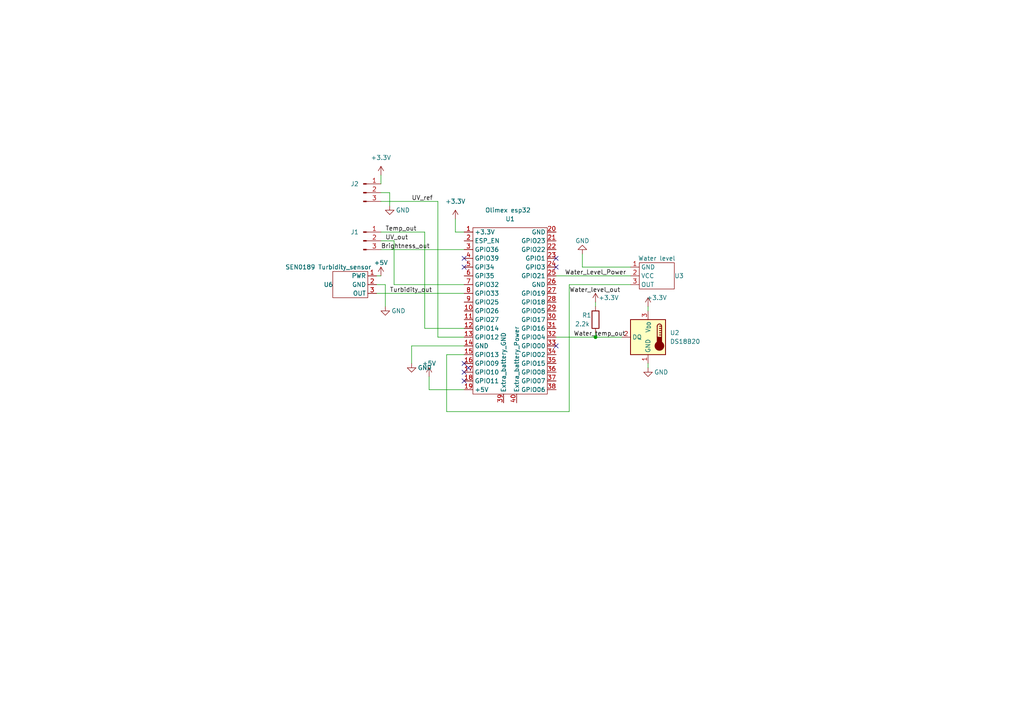
<source format=kicad_sch>
(kicad_sch (version 20230121) (generator eeschema)
  (paper "A4")
  (lib_symbols
    (symbol "Connector:Conn_01x03_Pin" (pin_names (offset 1.016) hide)
      (property "Reference" "J" (at 0 5.08 0))
      (property "Value" "Conn_01x03_Pin" (at 0 -5.08 0))
      (symbol "Conn_01x03_Pin_1_1"
        (polyline (pts (xy 1.27 -2.54) (xy 0.8636 -2.54)) (stroke (width 0.1524)))
        (polyline (pts (xy 1.27 0) (xy 0.8636 0)) (stroke (width 0.1524)))
        (polyline (pts (xy 1.27 2.54) (xy 0.8636 2.54)) (stroke (width 0.1524)))
        (rectangle (start 0.8636 -2.413) (end 0 -2.667) (stroke (width 0.1524)) (fill (type outline)))
        (rectangle (start 0.8636 0.127) (end 0 -0.127) (stroke (width 0.1524)) (fill (type outline)))
        (rectangle (start 0.8636 2.667) (end 0 2.413) (stroke (width 0.1524)) (fill (type outline)))
        (pin passive line (at 5.08 2.54 180) (length 3.81) (name "Pin_1") (number "1"))
        (pin passive line (at 5.08 0 180) (length 3.81) (name "Pin_2") (number "2"))
        (pin passive line (at 5.08 -2.54 180) (length 3.81) (name "Pin_3") (number "3"))
      )
    )
    (symbol "Device:R" (pin_numbers hide) (pin_names (offset 0))
      (property "Reference" "R" (at 2.032 0 90))
      (property "Value" "R" (at 0 0 90))
      (symbol "R_0_1"
        (rectangle (start -1.016 -2.54) (end 1.016 2.54) (stroke (width 0.254)))
      )
      (symbol "R_1_1"
        (pin passive line (at 0 3.81 270) (length 1.27) (name "~") (number "1"))
        (pin passive line (at 0 -3.81 90) (length 1.27) (name "~") (number "2"))
      )
    )
    (symbol "Diplomna:DFROBOT_-_SEN0189_-_turbidity_sensor"
      (property "Reference" "U" (at -3.81 2.54 0))
      (symbol "DFROBOT_-_SEN0189_-_turbidity_sensor_0_1"
        (rectangle (start -5.08 1.27) (end 5.08 -6.35))
      )
      (symbol "DFROBOT_-_SEN0189_-_turbidity_sensor_1_1"
        (pin power_in line (at 7.62 0 180) (length 2.54) (name "PWR") (number "1"))
        (pin power_in line (at 7.62 -2.54 180) (length 2.54) (name "GND") (number "2"))
        (pin output line (at 7.62 -5.08 180) (length 2.54) (name "OUT") (number "3"))
      )
    )
    (symbol "Diplomna:Water_Level_Sensor"
      (property "Reference" "U" (at -36.83 20.32 0))
      (symbol "Water_Level_Sensor_0_1"
        (rectangle (start -5.08 2.54) (end 5.08 -5.08))
      )
      (symbol "Water_Level_Sensor_1_1"
        (pin power_in line (at -7.62 1.27 0) (length 2.54) (name "GND") (number "1"))
        (pin power_in line (at -7.62 -1.27 0) (length 2.54) (name "VCC") (number "2"))
        (pin output line (at -7.62 -3.81 0) (length 2.54) (name "OUT") (number "3"))
      )
    )
    (symbol "Diplomna:olimex-esp32-devkit-lipo-d2"
      (property "Reference" "U" (at 0 6.35 0))
      (symbol "olimex-esp32-devkit-lipo-d2_0_1"
        (rectangle (start -2.54 5.08) (end 19.05 -43.18))
      )
      (symbol "olimex-esp32-devkit-lipo-d2_1_1"
        (pin power_out line (at -5.08 3.81 0) (length 2.54) (name "+3.3V") (number "1"))
        (pin bidirectional line (at -5.08 -19.05 0) (length 2.54) (name "GPIO26") (number "10"))
        (pin bidirectional line (at -5.08 -21.59 0) (length 2.54) (name "GPIO27") (number "11"))
        (pin bidirectional line (at -5.08 -24.13 0) (length 2.54) (name "GPIO14") (number "12"))
        (pin bidirectional line (at -5.08 -26.67 0) (length 2.54) (name "GPIO12") (number "13"))
        (pin power_out line (at -5.08 -29.21 0) (length 2.54) (name "GND") (number "14"))
        (pin bidirectional line (at -5.08 -31.75 0) (length 2.54) (name "GPIO13") (number "15"))
        (pin bidirectional line (at -5.08 -34.29 0) (length 2.54) (name "GPIO09") (number "16"))
        (pin bidirectional line (at -5.08 -36.83 0) (length 2.54) (name "GPIO10") (number "17"))
        (pin bidirectional line (at -5.08 -39.37 0) (length 2.54) (name "GPIO11") (number "18"))
        (pin power_out line (at -5.08 -41.91 0) (length 2.54) (name "+5V") (number "19"))
        (pin passive line (at -5.08 1.27 0) (length 2.54) (name "ESP_EN") (number "2"))
        (pin power_out line (at 21.59 3.81 180) (length 2.54) (name "GND") (number "20"))
        (pin bidirectional line (at 21.59 1.27 180) (length 2.54) (name "GPIO23") (number "21"))
        (pin bidirectional line (at 21.59 -1.27 180) (length 2.54) (name "GPIO22") (number "22"))
        (pin bidirectional line (at 21.59 -3.81 180) (length 2.54) (name "GPIO1") (number "23"))
        (pin bidirectional line (at 21.59 -6.35 180) (length 2.54) (name "GPIO3") (number "24"))
        (pin bidirectional line (at 21.59 -8.89 180) (length 2.54) (name "GPIO21") (number "25"))
        (pin power_out line (at 21.59 -11.43 180) (length 2.54) (name "GND") (number "26"))
        (pin bidirectional line (at 21.59 -13.97 180) (length 2.54) (name "GPIO19") (number "27"))
        (pin bidirectional line (at 21.59 -16.51 180) (length 2.54) (name "GPIO18") (number "28"))
        (pin bidirectional line (at 21.59 -19.05 180) (length 2.54) (name "GPIO05") (number "29"))
        (pin bidirectional line (at -5.08 -1.27 0) (length 2.54) (name "GPIO36") (number "3"))
        (pin bidirectional line (at 21.59 -21.59 180) (length 2.54) (name "GPIO17") (number "30"))
        (pin bidirectional line (at 21.59 -24.13 180) (length 2.54) (name "GPIO16") (number "31"))
        (pin bidirectional line (at 21.59 -26.67 180) (length 2.54) (name "GPIO04") (number "32"))
        (pin bidirectional line (at 21.59 -29.21 180) (length 2.54) (name "GPIO00") (number "33"))
        (pin bidirectional line (at 21.59 -31.75 180) (length 2.54) (name "GPIO02") (number "34"))
        (pin bidirectional line (at 21.59 -34.29 180) (length 2.54) (name "GPIO15") (number "35"))
        (pin bidirectional line (at 21.59 -36.83 180) (length 2.54) (name "GPIO08") (number "36"))
        (pin bidirectional line (at 21.59 -39.37 180) (length 2.54) (name "GPIO07") (number "37"))
        (pin bidirectional line (at 21.59 -41.91 180) (length 2.54) (name "GPIO06") (number "38"))
        (pin power_in line (at 6.35 -45.72 90) (length 2.54) (name "Extra_battery_GND") (number "39"))
        (pin bidirectional line (at -5.08 -3.81 0) (length 2.54) (name "GPIO39") (number "4"))
        (pin power_in line (at 10.16 -45.72 90) (length 2.54) (name "Extra_battery_Power") (number "40"))
        (pin bidirectional line (at -5.08 -6.35 0) (length 2.54) (name "GPI34") (number "5"))
        (pin bidirectional line (at -5.08 -8.89 0) (length 2.54) (name "GPI35") (number "6"))
        (pin bidirectional line (at -5.08 -11.43 0) (length 2.54) (name "GPIO32") (number "7"))
        (pin bidirectional line (at -5.08 -13.97 0) (length 2.54) (name "GPIO33") (number "8"))
        (pin bidirectional line (at -5.08 -16.51 0) (length 2.54) (name "GPIO25") (number "9"))
      )
    )
    (symbol "Sensor_Temperature:DS18B20"
      (property "Reference" "U" (at -3.81 6.35 0))
      (property "Value" "DS18B20" (at 6.35 6.35 0))
      (symbol "DS18B20_0_1"
        (rectangle (start -5.08 5.08) (end 5.08 -5.08) (stroke (width 0.254)) (fill (type background)))
        (circle (center -3.302 -2.54) (radius 1.27) (stroke (width 0.254)) (fill (type outline)))
        (rectangle (start -2.667 -1.905) (end -3.937 0) (stroke (width 0.254)) (fill (type outline)))
        (arc (start -2.667 3.175) (mid -3.302 3.8073) (end -3.937 3.175) (stroke (width 0.254)))
        (polyline (pts (xy -3.937 0.635) (xy -3.302 0.635)) (stroke (width 0.254)))
        (polyline (pts (xy -3.937 1.27) (xy -3.302 1.27)) (stroke (width 0.254)))
        (polyline (pts (xy -3.937 1.905) (xy -3.302 1.905)) (stroke (width 0.254)))
        (polyline (pts (xy -3.937 2.54) (xy -3.302 2.54)) (stroke (width 0.254)))
        (polyline (pts (xy -3.937 3.175) (xy -3.937 0)) (stroke (width 0.254)))
        (polyline (pts (xy -3.937 3.175) (xy -3.302 3.175)) (stroke (width 0.254)))
        (polyline (pts (xy -2.667 3.175) (xy -2.667 0)) (stroke (width 0.254)))
      )
      (symbol "DS18B20_1_1"
        (pin power_in line (at 0 -7.62 90) (length 2.54) (name "GND") (number "1"))
        (pin bidirectional line (at 7.62 0 180) (length 2.54) (name "DQ") (number "2"))
        (pin power_in line (at 0 7.62 270) (length 2.54) (name "V_{DD}") (number "3"))
      )
    )
    (symbol "esp32:+5V" (power) (pin_names (offset 0))
      (property "Value" "+5V" (at 0 3.556 0))
      (symbol "+5V_0_1"
        (polyline (pts (xy -0.762 1.27) (xy 0 2.54)))
        (polyline (pts (xy 0 0) (xy 0 2.54)))
        (polyline (pts (xy 0 2.54) (xy 0.762 1.27)))
      )
      (symbol "+5V_1_1"
        (pin power_in line (at 0 0 90) (length 0) hide (name "+5V") (number "1"))
      )
    )
    (symbol "esp32:GND" (power) (pin_names (offset 0))
      (property "Value" "GND" (at 0 -3.81 0))
      (symbol "GND_0_1"
        (polyline (pts (xy 0 0) (xy 0 -1.27) (xy 1.27 -1.27) (xy 0 -2.54) (xy -1.27 -1.27) (xy 0 -1.27)))
      )
      (symbol "GND_1_1"
        (pin power_in line (at 0 0 270) (length 0) hide (name "GND") (number "1"))
      )
    )
    (symbol "power:+3.3V" (power) (pin_names (offset 0))
      (property "Value" "+3.3V" (at 0 3.556 0))
      (symbol "+3.3V_0_1"
        (polyline (pts (xy -0.762 1.27) (xy 0 2.54)))
        (polyline (pts (xy 0 0) (xy 0 2.54)))
        (polyline (pts (xy 0 2.54) (xy 0.762 1.27)))
      )
      (symbol "+3.3V_1_1"
        (pin power_in line (at 0 0 90) (length 0) hide (name "+3.3V") (number "1"))
      )
    )
  )
  (junction (at 172.72 97.79))
  (no_connect (at 161.29 74.93))
  (no_connect (at 134.62 74.93))
  (no_connect (at 161.29 100.33))
  (no_connect (at 134.62 77.47))
  (no_connect (at 134.62 107.95))
  (no_connect (at 134.62 110.49))
  (no_connect (at 134.62 105.41))
  (no_connect (at 135.89 106.68))
  (no_connect (at 161.29 77.47))
  (wire (pts (xy 110.49 67.31) (xy 123.19 67.31)))
  (wire (pts (xy 119.38 105.41) (xy 119.38 100.33)))
  (wire (pts (xy 110.49 72.39) (xy 134.62 72.39)))
  (wire (pts (xy 124.46 113.03) (xy 134.62 113.03)))
  (wire (pts (xy 168.91 77.47) (xy 182.88 77.47)))
  (wire (pts (xy 134.62 97.79) (xy 127 97.79)))
  (wire (pts (xy 129.54 119.38) (xy 165.1 119.38)))
  (wire (pts (xy 124.46 109.22) (xy 124.46 113.03)))
  (wire (pts (xy 110.49 55.88) (xy 113.03 55.88)))
  (wire (pts (xy 129.54 102.87) (xy 129.54 119.38)))
  (wire (pts (xy 109.22 82.55) (xy 111.76 82.55)))
  (wire (pts (xy 134.62 67.31) (xy 132.08 67.31)))
  (wire (pts (xy 161.29 97.79) (xy 172.72 97.79)))
  (wire (pts (xy 134.62 82.55) (xy 114.3 82.55)))
  (wire (pts (xy 111.76 82.55) (xy 111.76 88.9)))
  (wire (pts (xy 165.1 82.55) (xy 165.1 119.38)))
  (wire (pts (xy 187.96 88.9) (xy 187.96 90.17)))
  (wire (pts (xy 172.72 87.63) (xy 172.72 88.9)))
  (wire (pts (xy 110.49 80.01) (xy 109.22 80.01)))
  (wire (pts (xy 172.72 96.52) (xy 172.72 97.79)))
  (wire (pts (xy 114.3 82.55) (xy 114.3 69.85)))
  (wire (pts (xy 110.49 69.85) (xy 114.3 69.85)))
  (wire (pts (xy 182.88 80.01) (xy 161.29 80.01)))
  (wire (pts (xy 134.62 102.87) (xy 129.54 102.87)))
  (wire (pts (xy 119.38 100.33) (xy 134.62 100.33)))
  (wire (pts (xy 127 58.42) (xy 110.49 58.42)))
  (wire (pts (xy 123.19 95.25) (xy 134.62 95.25)))
  (wire (pts (xy 132.08 63.5) (xy 132.08 67.31)))
  (wire (pts (xy 109.22 85.09) (xy 134.62 85.09)))
  (wire (pts (xy 187.96 105.41) (xy 187.96 106.68)))
  (wire (pts (xy 113.03 55.88) (xy 113.03 59.69)))
  (wire (pts (xy 123.19 67.31) (xy 123.19 95.25)))
  (wire (pts (xy 168.91 73.66) (xy 168.91 77.47)))
  (wire (pts (xy 172.72 97.79) (xy 180.34 97.79)))
  (wire (pts (xy 110.49 50.8) (xy 110.49 53.34)))
  (wire (pts (xy 127 97.79) (xy 127 58.42)))
  (wire (pts (xy 165.1 82.55) (xy 182.88 82.55)))
  (label "Water_level_out" (at 165.1 85.09 0))
  (label "UV_out" (at 111.76 69.85 0))
  (label "Water_Level_Power" (at 163.83 80.01 0))
  (label "Temp_out" (at 111.76 67.31 0))
  (label "Turbidity_out" (at 113.03 85.09 0))
  (label "UV_ref" (at 119.38 58.42 0))
  (label "Brightness_out" (at 110.49 72.39 0))
  (label "Water_temp_out" (at 166.37 97.79 0))
  (symbol (lib_id "Sensor_Temperature:DS18B20") (at 187.96 97.79 0) (mirror y) (unit 1)
    (property "Reference" "U2" (at 194.31 96.52 0) (effects (justify right)))
    (property "Value" "DS18B20" (at 194.31 99.06 0) (effects (justify right)))
    (property "Footprint" "Diplomna:DS18B20_3dmodel" (effects hide))
    (property "Datasheet" "http://datasheets.maximintegrated.com/en/ds/DS18B20.pdf" (effects hide))
  )
  (symbol (lib_id "power:+3.3V") (at 110.49 50.8 0) (unit 1)
    (property "Reference" "#PWR09" (effects hide))
    (property "Value" "+3.3V" (at 110.49 45.72 0))
  )
  (symbol (lib_id "esp32:GND") (at 111.76 88.9 0) (unit 1)
    (property "Reference" "#PWR04" (effects hide))
    (property "Value" "GND" (at 115.57 90.17 0))
  )
  (symbol (lib_id "power:+3.3V") (at 172.72 87.63 0) (unit 1)
    (property "Reference" "#PWR010" (effects hide))
    (property "Value" "+3.3V" (at 176.53 86.36 0))
  )
  (symbol (lib_id "esp32:+5V") (at 124.46 109.22 0) (unit 1)
    (property "Reference" "#PWR03" (effects hide))
    (property "Value" "+5V" (at 124.46 105.41 0))
  )
  (symbol (lib_id "esp32:+5V") (at 110.49 80.01 0) (unit 1)
    (property "Reference" "#PWR05" (effects hide))
    (property "Value" "+5V" (at 110.49 76.2 0))
  )
  (symbol (lib_id "power:+3.3V") (at 187.96 88.9 0) (unit 1)
    (property "Reference" "#PWR02" (effects hide))
    (property "Value" "+3.3V" (at 190.5 86.36 0))
  )
  (symbol (lib_id "Diplomna:olimex-esp32-devkit-lipo-d2") (at 139.7 71.12 0) (unit 1)
    (property "Reference" "U1" (at 147.955 63.5 0))
    (property "Value" "Olimex esp32" (at 147.32 60.96 0))
    (property "Footprint" "Diplomna:MODULE_ESP32-DEVKITC" (effects hide))
  )
  (symbol (lib_id "Device:R") (at 172.72 92.71 0) (unit 1)
    (property "Reference" "R1" (at 170.18 91.44 0))
    (property "Value" "2.2k" (at 168.91 93.98 0))
    (property "Footprint" "Resistor_THT:R_Axial_DIN0204_L3.6mm_D1.6mm_P7.62mm_Horizontal" (effects hide))
  )
  (symbol (lib_id "power:+3.3V") (at 132.08 63.5 0) (unit 1)
    (property "Reference" "#PWR08" (effects hide))
    (property "Value" "+3.3V" (at 132.08 58.42 0))
  )
  (symbol (lib_id "esp32:GND") (at 168.91 73.66 180) (unit 1)
    (property "Reference" "#PWR06" (effects hide))
    (property "Value" "GND" (at 168.91 69.85 0))
  )
  (symbol (lib_id "esp32:GND") (at 187.96 106.68 0) (unit 1)
    (property "Reference" "#PWR01" (effects hide))
    (property "Value" "GND" (at 191.77 107.95 0))
  )
  (symbol (lib_id "Connector:Conn_01x03_Pin") (at 105.41 55.88 0) (unit 1)
    (property "Reference" "J2" (at 102.87 53.34 0))
    (property "Value" "Conn_01x03_Pin" (effects hide))
    (property "Footprint" "Diplomna:connector_3p" (effects hide))
  )
  (symbol (lib_id "Diplomna:Water_Level_Sensor") (at 190.5 78.74 0) (unit 1)
    (property "Reference" "U3" (at 195.58 80.01 0) (effects (justify left)))
    (property "Value" "Water level" (at 190.5 74.93 0))
    (property "Footprint" "Diplomna:DS18B20_3dmodel" (effects hide))
  )
  (symbol (lib_id "Connector:Conn_01x03_Pin") (at 105.41 69.85 0) (unit 1)
    (property "Reference" "J1" (at 102.87 67.31 0))
    (property "Value" "Conn_01x03_Pin" (effects hide))
    (property "Footprint" "Diplomna:connector_3p" (effects hide))
  )
  (symbol (lib_id "esp32:GND") (at 113.03 59.69 0) (unit 1)
    (property "Reference" "#PWR07" (effects hide))
    (property "Value" "GND" (at 116.84 60.96 0))
  )
  (symbol (lib_id "esp32:GND") (at 119.38 105.41 0) (unit 1)
    (property "Reference" "#PWR012" (effects hide))
    (property "Value" "GND" (at 123.19 106.68 0))
  )
  (symbol (lib_id "Diplomna:DFROBOT_-_SEN0189_-_turbidity_sensor") (at 101.6 80.01 0) (unit 1)
    (property "Reference" "U6" (at 95.25 82.55 0))
    (property "Value" "SEN0189 Turbidity_sensor" (at 95.25 77.47 0))
    (property "Footprint" "Diplomna:DS18B20_3dmodel" (effects hide))
  )
)
</source>
